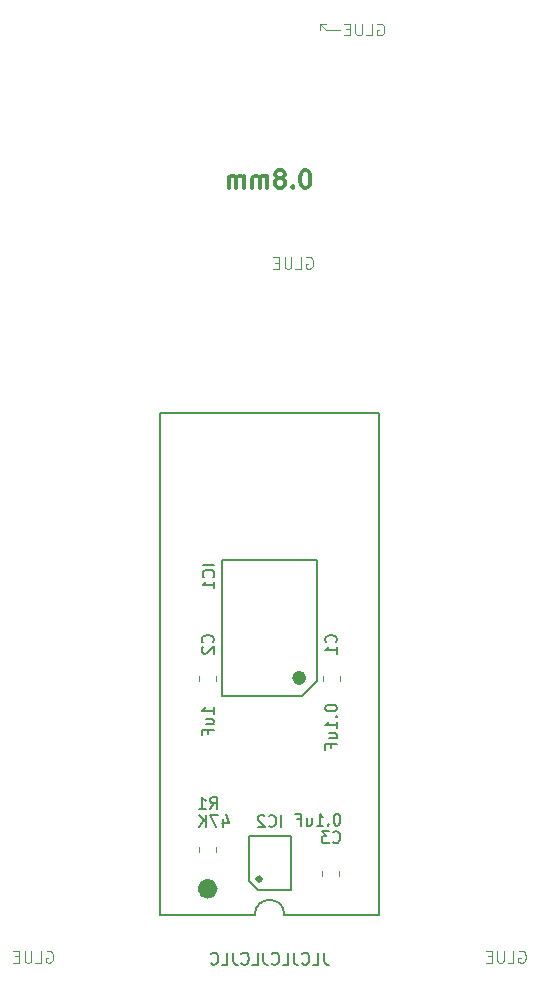
<source format=gbo>
G04 #@! TF.GenerationSoftware,KiCad,Pcbnew,9.0.1*
G04 #@! TF.CreationDate,2025-04-29T10:04:21+02:00*
G04 #@! TF.ProjectId,ProtoHu_revA_layer1,50726f74-6f48-4755-9f72-6576415f6c61,rev?*
G04 #@! TF.SameCoordinates,Original*
G04 #@! TF.FileFunction,Legend,Bot*
G04 #@! TF.FilePolarity,Positive*
%FSLAX46Y46*%
G04 Gerber Fmt 4.6, Leading zero omitted, Abs format (unit mm)*
G04 Created by KiCad (PCBNEW 9.0.1) date 2025-04-29 10:04:21*
%MOMM*%
%LPD*%
G01*
G04 APERTURE LIST*
%ADD10C,0.100000*%
%ADD11C,0.150000*%
%ADD12C,0.300000*%
%ADD13C,0.120000*%
%ADD14C,0.200000*%
%ADD15C,0.600000*%
%ADD16C,0.850000*%
%ADD17C,0.354000*%
G04 APERTURE END LIST*
D10*
X152750000Y-66500000D02*
X153250000Y-66500000D01*
X153250000Y-67000000D02*
X152750000Y-66500000D01*
X154500000Y-67000000D02*
X153250000Y-67000000D01*
X152750000Y-66500000D02*
X152750000Y-67000000D01*
X157619047Y-66505038D02*
X157714285Y-66457419D01*
X157714285Y-66457419D02*
X157857142Y-66457419D01*
X157857142Y-66457419D02*
X157999999Y-66505038D01*
X157999999Y-66505038D02*
X158095237Y-66600276D01*
X158095237Y-66600276D02*
X158142856Y-66695514D01*
X158142856Y-66695514D02*
X158190475Y-66885990D01*
X158190475Y-66885990D02*
X158190475Y-67028847D01*
X158190475Y-67028847D02*
X158142856Y-67219323D01*
X158142856Y-67219323D02*
X158095237Y-67314561D01*
X158095237Y-67314561D02*
X157999999Y-67409800D01*
X157999999Y-67409800D02*
X157857142Y-67457419D01*
X157857142Y-67457419D02*
X157761904Y-67457419D01*
X157761904Y-67457419D02*
X157619047Y-67409800D01*
X157619047Y-67409800D02*
X157571428Y-67362180D01*
X157571428Y-67362180D02*
X157571428Y-67028847D01*
X157571428Y-67028847D02*
X157761904Y-67028847D01*
X156666666Y-67457419D02*
X157142856Y-67457419D01*
X157142856Y-67457419D02*
X157142856Y-66457419D01*
X156333332Y-66457419D02*
X156333332Y-67266942D01*
X156333332Y-67266942D02*
X156285713Y-67362180D01*
X156285713Y-67362180D02*
X156238094Y-67409800D01*
X156238094Y-67409800D02*
X156142856Y-67457419D01*
X156142856Y-67457419D02*
X155952380Y-67457419D01*
X155952380Y-67457419D02*
X155857142Y-67409800D01*
X155857142Y-67409800D02*
X155809523Y-67362180D01*
X155809523Y-67362180D02*
X155761904Y-67266942D01*
X155761904Y-67266942D02*
X155761904Y-66457419D01*
X155285713Y-66933609D02*
X154952380Y-66933609D01*
X154809523Y-67457419D02*
X155285713Y-67457419D01*
X155285713Y-67457419D02*
X155285713Y-66457419D01*
X155285713Y-66457419D02*
X154809523Y-66457419D01*
X169619047Y-145005038D02*
X169714285Y-144957419D01*
X169714285Y-144957419D02*
X169857142Y-144957419D01*
X169857142Y-144957419D02*
X169999999Y-145005038D01*
X169999999Y-145005038D02*
X170095237Y-145100276D01*
X170095237Y-145100276D02*
X170142856Y-145195514D01*
X170142856Y-145195514D02*
X170190475Y-145385990D01*
X170190475Y-145385990D02*
X170190475Y-145528847D01*
X170190475Y-145528847D02*
X170142856Y-145719323D01*
X170142856Y-145719323D02*
X170095237Y-145814561D01*
X170095237Y-145814561D02*
X169999999Y-145909800D01*
X169999999Y-145909800D02*
X169857142Y-145957419D01*
X169857142Y-145957419D02*
X169761904Y-145957419D01*
X169761904Y-145957419D02*
X169619047Y-145909800D01*
X169619047Y-145909800D02*
X169571428Y-145862180D01*
X169571428Y-145862180D02*
X169571428Y-145528847D01*
X169571428Y-145528847D02*
X169761904Y-145528847D01*
X168666666Y-145957419D02*
X169142856Y-145957419D01*
X169142856Y-145957419D02*
X169142856Y-144957419D01*
X168333332Y-144957419D02*
X168333332Y-145766942D01*
X168333332Y-145766942D02*
X168285713Y-145862180D01*
X168285713Y-145862180D02*
X168238094Y-145909800D01*
X168238094Y-145909800D02*
X168142856Y-145957419D01*
X168142856Y-145957419D02*
X167952380Y-145957419D01*
X167952380Y-145957419D02*
X167857142Y-145909800D01*
X167857142Y-145909800D02*
X167809523Y-145862180D01*
X167809523Y-145862180D02*
X167761904Y-145766942D01*
X167761904Y-145766942D02*
X167761904Y-144957419D01*
X167285713Y-145433609D02*
X166952380Y-145433609D01*
X166809523Y-145957419D02*
X167285713Y-145957419D01*
X167285713Y-145957419D02*
X167285713Y-144957419D01*
X167285713Y-144957419D02*
X166809523Y-144957419D01*
X151619047Y-86255038D02*
X151714285Y-86207419D01*
X151714285Y-86207419D02*
X151857142Y-86207419D01*
X151857142Y-86207419D02*
X151999999Y-86255038D01*
X151999999Y-86255038D02*
X152095237Y-86350276D01*
X152095237Y-86350276D02*
X152142856Y-86445514D01*
X152142856Y-86445514D02*
X152190475Y-86635990D01*
X152190475Y-86635990D02*
X152190475Y-86778847D01*
X152190475Y-86778847D02*
X152142856Y-86969323D01*
X152142856Y-86969323D02*
X152095237Y-87064561D01*
X152095237Y-87064561D02*
X151999999Y-87159800D01*
X151999999Y-87159800D02*
X151857142Y-87207419D01*
X151857142Y-87207419D02*
X151761904Y-87207419D01*
X151761904Y-87207419D02*
X151619047Y-87159800D01*
X151619047Y-87159800D02*
X151571428Y-87112180D01*
X151571428Y-87112180D02*
X151571428Y-86778847D01*
X151571428Y-86778847D02*
X151761904Y-86778847D01*
X150666666Y-87207419D02*
X151142856Y-87207419D01*
X151142856Y-87207419D02*
X151142856Y-86207419D01*
X150333332Y-86207419D02*
X150333332Y-87016942D01*
X150333332Y-87016942D02*
X150285713Y-87112180D01*
X150285713Y-87112180D02*
X150238094Y-87159800D01*
X150238094Y-87159800D02*
X150142856Y-87207419D01*
X150142856Y-87207419D02*
X149952380Y-87207419D01*
X149952380Y-87207419D02*
X149857142Y-87159800D01*
X149857142Y-87159800D02*
X149809523Y-87112180D01*
X149809523Y-87112180D02*
X149761904Y-87016942D01*
X149761904Y-87016942D02*
X149761904Y-86207419D01*
X149285713Y-86683609D02*
X148952380Y-86683609D01*
X148809523Y-87207419D02*
X149285713Y-87207419D01*
X149285713Y-87207419D02*
X149285713Y-86207419D01*
X149285713Y-86207419D02*
X148809523Y-86207419D01*
D11*
X153114048Y-145119819D02*
X153114048Y-145834104D01*
X153114048Y-145834104D02*
X153161667Y-145976961D01*
X153161667Y-145976961D02*
X153256905Y-146072200D01*
X153256905Y-146072200D02*
X153399762Y-146119819D01*
X153399762Y-146119819D02*
X153495000Y-146119819D01*
X152161667Y-146119819D02*
X152637857Y-146119819D01*
X152637857Y-146119819D02*
X152637857Y-145119819D01*
X151256905Y-146024580D02*
X151304524Y-146072200D01*
X151304524Y-146072200D02*
X151447381Y-146119819D01*
X151447381Y-146119819D02*
X151542619Y-146119819D01*
X151542619Y-146119819D02*
X151685476Y-146072200D01*
X151685476Y-146072200D02*
X151780714Y-145976961D01*
X151780714Y-145976961D02*
X151828333Y-145881723D01*
X151828333Y-145881723D02*
X151875952Y-145691247D01*
X151875952Y-145691247D02*
X151875952Y-145548390D01*
X151875952Y-145548390D02*
X151828333Y-145357914D01*
X151828333Y-145357914D02*
X151780714Y-145262676D01*
X151780714Y-145262676D02*
X151685476Y-145167438D01*
X151685476Y-145167438D02*
X151542619Y-145119819D01*
X151542619Y-145119819D02*
X151447381Y-145119819D01*
X151447381Y-145119819D02*
X151304524Y-145167438D01*
X151304524Y-145167438D02*
X151256905Y-145215057D01*
X150542619Y-145119819D02*
X150542619Y-145834104D01*
X150542619Y-145834104D02*
X150590238Y-145976961D01*
X150590238Y-145976961D02*
X150685476Y-146072200D01*
X150685476Y-146072200D02*
X150828333Y-146119819D01*
X150828333Y-146119819D02*
X150923571Y-146119819D01*
X149590238Y-146119819D02*
X150066428Y-146119819D01*
X150066428Y-146119819D02*
X150066428Y-145119819D01*
X148685476Y-146024580D02*
X148733095Y-146072200D01*
X148733095Y-146072200D02*
X148875952Y-146119819D01*
X148875952Y-146119819D02*
X148971190Y-146119819D01*
X148971190Y-146119819D02*
X149114047Y-146072200D01*
X149114047Y-146072200D02*
X149209285Y-145976961D01*
X149209285Y-145976961D02*
X149256904Y-145881723D01*
X149256904Y-145881723D02*
X149304523Y-145691247D01*
X149304523Y-145691247D02*
X149304523Y-145548390D01*
X149304523Y-145548390D02*
X149256904Y-145357914D01*
X149256904Y-145357914D02*
X149209285Y-145262676D01*
X149209285Y-145262676D02*
X149114047Y-145167438D01*
X149114047Y-145167438D02*
X148971190Y-145119819D01*
X148971190Y-145119819D02*
X148875952Y-145119819D01*
X148875952Y-145119819D02*
X148733095Y-145167438D01*
X148733095Y-145167438D02*
X148685476Y-145215057D01*
X147971190Y-145119819D02*
X147971190Y-145834104D01*
X147971190Y-145834104D02*
X148018809Y-145976961D01*
X148018809Y-145976961D02*
X148114047Y-146072200D01*
X148114047Y-146072200D02*
X148256904Y-146119819D01*
X148256904Y-146119819D02*
X148352142Y-146119819D01*
X147018809Y-146119819D02*
X147494999Y-146119819D01*
X147494999Y-146119819D02*
X147494999Y-145119819D01*
X146114047Y-146024580D02*
X146161666Y-146072200D01*
X146161666Y-146072200D02*
X146304523Y-146119819D01*
X146304523Y-146119819D02*
X146399761Y-146119819D01*
X146399761Y-146119819D02*
X146542618Y-146072200D01*
X146542618Y-146072200D02*
X146637856Y-145976961D01*
X146637856Y-145976961D02*
X146685475Y-145881723D01*
X146685475Y-145881723D02*
X146733094Y-145691247D01*
X146733094Y-145691247D02*
X146733094Y-145548390D01*
X146733094Y-145548390D02*
X146685475Y-145357914D01*
X146685475Y-145357914D02*
X146637856Y-145262676D01*
X146637856Y-145262676D02*
X146542618Y-145167438D01*
X146542618Y-145167438D02*
X146399761Y-145119819D01*
X146399761Y-145119819D02*
X146304523Y-145119819D01*
X146304523Y-145119819D02*
X146161666Y-145167438D01*
X146161666Y-145167438D02*
X146114047Y-145215057D01*
X145399761Y-145119819D02*
X145399761Y-145834104D01*
X145399761Y-145834104D02*
X145447380Y-145976961D01*
X145447380Y-145976961D02*
X145542618Y-146072200D01*
X145542618Y-146072200D02*
X145685475Y-146119819D01*
X145685475Y-146119819D02*
X145780713Y-146119819D01*
X144447380Y-146119819D02*
X144923570Y-146119819D01*
X144923570Y-146119819D02*
X144923570Y-145119819D01*
X143542618Y-146024580D02*
X143590237Y-146072200D01*
X143590237Y-146072200D02*
X143733094Y-146119819D01*
X143733094Y-146119819D02*
X143828332Y-146119819D01*
X143828332Y-146119819D02*
X143971189Y-146072200D01*
X143971189Y-146072200D02*
X144066427Y-145976961D01*
X144066427Y-145976961D02*
X144114046Y-145881723D01*
X144114046Y-145881723D02*
X144161665Y-145691247D01*
X144161665Y-145691247D02*
X144161665Y-145548390D01*
X144161665Y-145548390D02*
X144114046Y-145357914D01*
X144114046Y-145357914D02*
X144066427Y-145262676D01*
X144066427Y-145262676D02*
X143971189Y-145167438D01*
X143971189Y-145167438D02*
X143828332Y-145119819D01*
X143828332Y-145119819D02*
X143733094Y-145119819D01*
X143733094Y-145119819D02*
X143590237Y-145167438D01*
X143590237Y-145167438D02*
X143542618Y-145215057D01*
D10*
X129619047Y-145005038D02*
X129714285Y-144957419D01*
X129714285Y-144957419D02*
X129857142Y-144957419D01*
X129857142Y-144957419D02*
X129999999Y-145005038D01*
X129999999Y-145005038D02*
X130095237Y-145100276D01*
X130095237Y-145100276D02*
X130142856Y-145195514D01*
X130142856Y-145195514D02*
X130190475Y-145385990D01*
X130190475Y-145385990D02*
X130190475Y-145528847D01*
X130190475Y-145528847D02*
X130142856Y-145719323D01*
X130142856Y-145719323D02*
X130095237Y-145814561D01*
X130095237Y-145814561D02*
X129999999Y-145909800D01*
X129999999Y-145909800D02*
X129857142Y-145957419D01*
X129857142Y-145957419D02*
X129761904Y-145957419D01*
X129761904Y-145957419D02*
X129619047Y-145909800D01*
X129619047Y-145909800D02*
X129571428Y-145862180D01*
X129571428Y-145862180D02*
X129571428Y-145528847D01*
X129571428Y-145528847D02*
X129761904Y-145528847D01*
X128666666Y-145957419D02*
X129142856Y-145957419D01*
X129142856Y-145957419D02*
X129142856Y-144957419D01*
X128333332Y-144957419D02*
X128333332Y-145766942D01*
X128333332Y-145766942D02*
X128285713Y-145862180D01*
X128285713Y-145862180D02*
X128238094Y-145909800D01*
X128238094Y-145909800D02*
X128142856Y-145957419D01*
X128142856Y-145957419D02*
X127952380Y-145957419D01*
X127952380Y-145957419D02*
X127857142Y-145909800D01*
X127857142Y-145909800D02*
X127809523Y-145862180D01*
X127809523Y-145862180D02*
X127761904Y-145766942D01*
X127761904Y-145766942D02*
X127761904Y-144957419D01*
X127285713Y-145433609D02*
X126952380Y-145433609D01*
X126809523Y-145957419D02*
X127285713Y-145957419D01*
X127285713Y-145957419D02*
X127285713Y-144957419D01*
X127285713Y-144957419D02*
X126809523Y-144957419D01*
D12*
X151592856Y-78878328D02*
X151449999Y-78878328D01*
X151449999Y-78878328D02*
X151307142Y-78949757D01*
X151307142Y-78949757D02*
X151235714Y-79021185D01*
X151235714Y-79021185D02*
X151164285Y-79164042D01*
X151164285Y-79164042D02*
X151092856Y-79449757D01*
X151092856Y-79449757D02*
X151092856Y-79806900D01*
X151092856Y-79806900D02*
X151164285Y-80092614D01*
X151164285Y-80092614D02*
X151235714Y-80235471D01*
X151235714Y-80235471D02*
X151307142Y-80306900D01*
X151307142Y-80306900D02*
X151449999Y-80378328D01*
X151449999Y-80378328D02*
X151592856Y-80378328D01*
X151592856Y-80378328D02*
X151735714Y-80306900D01*
X151735714Y-80306900D02*
X151807142Y-80235471D01*
X151807142Y-80235471D02*
X151878571Y-80092614D01*
X151878571Y-80092614D02*
X151949999Y-79806900D01*
X151949999Y-79806900D02*
X151949999Y-79449757D01*
X151949999Y-79449757D02*
X151878571Y-79164042D01*
X151878571Y-79164042D02*
X151807142Y-79021185D01*
X151807142Y-79021185D02*
X151735714Y-78949757D01*
X151735714Y-78949757D02*
X151592856Y-78878328D01*
X150450000Y-80235471D02*
X150378571Y-80306900D01*
X150378571Y-80306900D02*
X150450000Y-80378328D01*
X150450000Y-80378328D02*
X150521428Y-80306900D01*
X150521428Y-80306900D02*
X150450000Y-80235471D01*
X150450000Y-80235471D02*
X150450000Y-80378328D01*
X149521428Y-79521185D02*
X149664285Y-79449757D01*
X149664285Y-79449757D02*
X149735714Y-79378328D01*
X149735714Y-79378328D02*
X149807142Y-79235471D01*
X149807142Y-79235471D02*
X149807142Y-79164042D01*
X149807142Y-79164042D02*
X149735714Y-79021185D01*
X149735714Y-79021185D02*
X149664285Y-78949757D01*
X149664285Y-78949757D02*
X149521428Y-78878328D01*
X149521428Y-78878328D02*
X149235714Y-78878328D01*
X149235714Y-78878328D02*
X149092857Y-78949757D01*
X149092857Y-78949757D02*
X149021428Y-79021185D01*
X149021428Y-79021185D02*
X148949999Y-79164042D01*
X148949999Y-79164042D02*
X148949999Y-79235471D01*
X148949999Y-79235471D02*
X149021428Y-79378328D01*
X149021428Y-79378328D02*
X149092857Y-79449757D01*
X149092857Y-79449757D02*
X149235714Y-79521185D01*
X149235714Y-79521185D02*
X149521428Y-79521185D01*
X149521428Y-79521185D02*
X149664285Y-79592614D01*
X149664285Y-79592614D02*
X149735714Y-79664042D01*
X149735714Y-79664042D02*
X149807142Y-79806900D01*
X149807142Y-79806900D02*
X149807142Y-80092614D01*
X149807142Y-80092614D02*
X149735714Y-80235471D01*
X149735714Y-80235471D02*
X149664285Y-80306900D01*
X149664285Y-80306900D02*
X149521428Y-80378328D01*
X149521428Y-80378328D02*
X149235714Y-80378328D01*
X149235714Y-80378328D02*
X149092857Y-80306900D01*
X149092857Y-80306900D02*
X149021428Y-80235471D01*
X149021428Y-80235471D02*
X148949999Y-80092614D01*
X148949999Y-80092614D02*
X148949999Y-79806900D01*
X148949999Y-79806900D02*
X149021428Y-79664042D01*
X149021428Y-79664042D02*
X149092857Y-79592614D01*
X149092857Y-79592614D02*
X149235714Y-79521185D01*
X148307143Y-80378328D02*
X148307143Y-79378328D01*
X148307143Y-79521185D02*
X148235714Y-79449757D01*
X148235714Y-79449757D02*
X148092857Y-79378328D01*
X148092857Y-79378328D02*
X147878571Y-79378328D01*
X147878571Y-79378328D02*
X147735714Y-79449757D01*
X147735714Y-79449757D02*
X147664286Y-79592614D01*
X147664286Y-79592614D02*
X147664286Y-80378328D01*
X147664286Y-79592614D02*
X147592857Y-79449757D01*
X147592857Y-79449757D02*
X147450000Y-79378328D01*
X147450000Y-79378328D02*
X147235714Y-79378328D01*
X147235714Y-79378328D02*
X147092857Y-79449757D01*
X147092857Y-79449757D02*
X147021428Y-79592614D01*
X147021428Y-79592614D02*
X147021428Y-80378328D01*
X146307143Y-80378328D02*
X146307143Y-79378328D01*
X146307143Y-79521185D02*
X146235714Y-79449757D01*
X146235714Y-79449757D02*
X146092857Y-79378328D01*
X146092857Y-79378328D02*
X145878571Y-79378328D01*
X145878571Y-79378328D02*
X145735714Y-79449757D01*
X145735714Y-79449757D02*
X145664286Y-79592614D01*
X145664286Y-79592614D02*
X145664286Y-80378328D01*
X145664286Y-79592614D02*
X145592857Y-79449757D01*
X145592857Y-79449757D02*
X145450000Y-79378328D01*
X145450000Y-79378328D02*
X145235714Y-79378328D01*
X145235714Y-79378328D02*
X145092857Y-79449757D01*
X145092857Y-79449757D02*
X145021428Y-79592614D01*
X145021428Y-79592614D02*
X145021428Y-80378328D01*
D11*
X143466666Y-132954819D02*
X143799999Y-132478628D01*
X144038094Y-132954819D02*
X144038094Y-131954819D01*
X144038094Y-131954819D02*
X143657142Y-131954819D01*
X143657142Y-131954819D02*
X143561904Y-132002438D01*
X143561904Y-132002438D02*
X143514285Y-132050057D01*
X143514285Y-132050057D02*
X143466666Y-132145295D01*
X143466666Y-132145295D02*
X143466666Y-132288152D01*
X143466666Y-132288152D02*
X143514285Y-132383390D01*
X143514285Y-132383390D02*
X143561904Y-132431009D01*
X143561904Y-132431009D02*
X143657142Y-132478628D01*
X143657142Y-132478628D02*
X144038094Y-132478628D01*
X142514285Y-132954819D02*
X143085713Y-132954819D01*
X142799999Y-132954819D02*
X142799999Y-131954819D01*
X142799999Y-131954819D02*
X142895237Y-132097676D01*
X142895237Y-132097676D02*
X142990475Y-132192914D01*
X142990475Y-132192914D02*
X143085713Y-132240533D01*
X144585714Y-133788152D02*
X144585714Y-134454819D01*
X144823809Y-133407200D02*
X145061904Y-134121485D01*
X145061904Y-134121485D02*
X144442857Y-134121485D01*
X144157142Y-133454819D02*
X143490476Y-133454819D01*
X143490476Y-133454819D02*
X143919047Y-134454819D01*
X143109523Y-134454819D02*
X143109523Y-133454819D01*
X142538095Y-134454819D02*
X142966666Y-133883390D01*
X142538095Y-133454819D02*
X143109523Y-134026247D01*
X153866666Y-135741580D02*
X153914285Y-135789200D01*
X153914285Y-135789200D02*
X154057142Y-135836819D01*
X154057142Y-135836819D02*
X154152380Y-135836819D01*
X154152380Y-135836819D02*
X154295237Y-135789200D01*
X154295237Y-135789200D02*
X154390475Y-135693961D01*
X154390475Y-135693961D02*
X154438094Y-135598723D01*
X154438094Y-135598723D02*
X154485713Y-135408247D01*
X154485713Y-135408247D02*
X154485713Y-135265390D01*
X154485713Y-135265390D02*
X154438094Y-135074914D01*
X154438094Y-135074914D02*
X154390475Y-134979676D01*
X154390475Y-134979676D02*
X154295237Y-134884438D01*
X154295237Y-134884438D02*
X154152380Y-134836819D01*
X154152380Y-134836819D02*
X154057142Y-134836819D01*
X154057142Y-134836819D02*
X153914285Y-134884438D01*
X153914285Y-134884438D02*
X153866666Y-134932057D01*
X153533332Y-134836819D02*
X152914285Y-134836819D01*
X152914285Y-134836819D02*
X153247618Y-135217771D01*
X153247618Y-135217771D02*
X153104761Y-135217771D01*
X153104761Y-135217771D02*
X153009523Y-135265390D01*
X153009523Y-135265390D02*
X152961904Y-135313009D01*
X152961904Y-135313009D02*
X152914285Y-135408247D01*
X152914285Y-135408247D02*
X152914285Y-135646342D01*
X152914285Y-135646342D02*
X152961904Y-135741580D01*
X152961904Y-135741580D02*
X153009523Y-135789200D01*
X153009523Y-135789200D02*
X153104761Y-135836819D01*
X153104761Y-135836819D02*
X153390475Y-135836819D01*
X153390475Y-135836819D02*
X153485713Y-135789200D01*
X153485713Y-135789200D02*
X153533332Y-135741580D01*
X154242856Y-133354819D02*
X154147618Y-133354819D01*
X154147618Y-133354819D02*
X154052380Y-133402438D01*
X154052380Y-133402438D02*
X154004761Y-133450057D01*
X154004761Y-133450057D02*
X153957142Y-133545295D01*
X153957142Y-133545295D02*
X153909523Y-133735771D01*
X153909523Y-133735771D02*
X153909523Y-133973866D01*
X153909523Y-133973866D02*
X153957142Y-134164342D01*
X153957142Y-134164342D02*
X154004761Y-134259580D01*
X154004761Y-134259580D02*
X154052380Y-134307200D01*
X154052380Y-134307200D02*
X154147618Y-134354819D01*
X154147618Y-134354819D02*
X154242856Y-134354819D01*
X154242856Y-134354819D02*
X154338094Y-134307200D01*
X154338094Y-134307200D02*
X154385713Y-134259580D01*
X154385713Y-134259580D02*
X154433332Y-134164342D01*
X154433332Y-134164342D02*
X154480951Y-133973866D01*
X154480951Y-133973866D02*
X154480951Y-133735771D01*
X154480951Y-133735771D02*
X154433332Y-133545295D01*
X154433332Y-133545295D02*
X154385713Y-133450057D01*
X154385713Y-133450057D02*
X154338094Y-133402438D01*
X154338094Y-133402438D02*
X154242856Y-133354819D01*
X153480951Y-134259580D02*
X153433332Y-134307200D01*
X153433332Y-134307200D02*
X153480951Y-134354819D01*
X153480951Y-134354819D02*
X153528570Y-134307200D01*
X153528570Y-134307200D02*
X153480951Y-134259580D01*
X153480951Y-134259580D02*
X153480951Y-134354819D01*
X152480952Y-134354819D02*
X153052380Y-134354819D01*
X152766666Y-134354819D02*
X152766666Y-133354819D01*
X152766666Y-133354819D02*
X152861904Y-133497676D01*
X152861904Y-133497676D02*
X152957142Y-133592914D01*
X152957142Y-133592914D02*
X153052380Y-133640533D01*
X151623809Y-133688152D02*
X151623809Y-134354819D01*
X152052380Y-133688152D02*
X152052380Y-134211961D01*
X152052380Y-134211961D02*
X152004761Y-134307200D01*
X152004761Y-134307200D02*
X151909523Y-134354819D01*
X151909523Y-134354819D02*
X151766666Y-134354819D01*
X151766666Y-134354819D02*
X151671428Y-134307200D01*
X151671428Y-134307200D02*
X151623809Y-134259580D01*
X150814285Y-133831009D02*
X151147618Y-133831009D01*
X151147618Y-134354819D02*
X151147618Y-133354819D01*
X151147618Y-133354819D02*
X150671428Y-133354819D01*
X143672180Y-118833333D02*
X143719800Y-118785714D01*
X143719800Y-118785714D02*
X143767419Y-118642857D01*
X143767419Y-118642857D02*
X143767419Y-118547619D01*
X143767419Y-118547619D02*
X143719800Y-118404762D01*
X143719800Y-118404762D02*
X143624561Y-118309524D01*
X143624561Y-118309524D02*
X143529323Y-118261905D01*
X143529323Y-118261905D02*
X143338847Y-118214286D01*
X143338847Y-118214286D02*
X143195990Y-118214286D01*
X143195990Y-118214286D02*
X143005514Y-118261905D01*
X143005514Y-118261905D02*
X142910276Y-118309524D01*
X142910276Y-118309524D02*
X142815038Y-118404762D01*
X142815038Y-118404762D02*
X142767419Y-118547619D01*
X142767419Y-118547619D02*
X142767419Y-118642857D01*
X142767419Y-118642857D02*
X142815038Y-118785714D01*
X142815038Y-118785714D02*
X142862657Y-118833333D01*
X142862657Y-119214286D02*
X142815038Y-119261905D01*
X142815038Y-119261905D02*
X142767419Y-119357143D01*
X142767419Y-119357143D02*
X142767419Y-119595238D01*
X142767419Y-119595238D02*
X142815038Y-119690476D01*
X142815038Y-119690476D02*
X142862657Y-119738095D01*
X142862657Y-119738095D02*
X142957895Y-119785714D01*
X142957895Y-119785714D02*
X143053133Y-119785714D01*
X143053133Y-119785714D02*
X143195990Y-119738095D01*
X143195990Y-119738095D02*
X143767419Y-119166667D01*
X143767419Y-119166667D02*
X143767419Y-119785714D01*
X143767419Y-124904761D02*
X143767419Y-124333333D01*
X143767419Y-124619047D02*
X142767419Y-124619047D01*
X142767419Y-124619047D02*
X142910276Y-124523809D01*
X142910276Y-124523809D02*
X143005514Y-124428571D01*
X143005514Y-124428571D02*
X143053133Y-124333333D01*
X143100752Y-125761904D02*
X143767419Y-125761904D01*
X143100752Y-125333333D02*
X143624561Y-125333333D01*
X143624561Y-125333333D02*
X143719800Y-125380952D01*
X143719800Y-125380952D02*
X143767419Y-125476190D01*
X143767419Y-125476190D02*
X143767419Y-125619047D01*
X143767419Y-125619047D02*
X143719800Y-125714285D01*
X143719800Y-125714285D02*
X143672180Y-125761904D01*
X143243609Y-126571428D02*
X143243609Y-126238095D01*
X143767419Y-126238095D02*
X142767419Y-126238095D01*
X142767419Y-126238095D02*
X142767419Y-126714285D01*
X143826819Y-112271810D02*
X142826819Y-112271810D01*
X143731580Y-113319428D02*
X143779200Y-113271809D01*
X143779200Y-113271809D02*
X143826819Y-113128952D01*
X143826819Y-113128952D02*
X143826819Y-113033714D01*
X143826819Y-113033714D02*
X143779200Y-112890857D01*
X143779200Y-112890857D02*
X143683961Y-112795619D01*
X143683961Y-112795619D02*
X143588723Y-112748000D01*
X143588723Y-112748000D02*
X143398247Y-112700381D01*
X143398247Y-112700381D02*
X143255390Y-112700381D01*
X143255390Y-112700381D02*
X143064914Y-112748000D01*
X143064914Y-112748000D02*
X142969676Y-112795619D01*
X142969676Y-112795619D02*
X142874438Y-112890857D01*
X142874438Y-112890857D02*
X142826819Y-113033714D01*
X142826819Y-113033714D02*
X142826819Y-113128952D01*
X142826819Y-113128952D02*
X142874438Y-113271809D01*
X142874438Y-113271809D02*
X142922057Y-113319428D01*
X143826819Y-114271809D02*
X143826819Y-113700381D01*
X143826819Y-113986095D02*
X142826819Y-113986095D01*
X142826819Y-113986095D02*
X142969676Y-113890857D01*
X142969676Y-113890857D02*
X143064914Y-113795619D01*
X143064914Y-113795619D02*
X143112533Y-113700381D01*
X154109580Y-118833333D02*
X154157200Y-118785714D01*
X154157200Y-118785714D02*
X154204819Y-118642857D01*
X154204819Y-118642857D02*
X154204819Y-118547619D01*
X154204819Y-118547619D02*
X154157200Y-118404762D01*
X154157200Y-118404762D02*
X154061961Y-118309524D01*
X154061961Y-118309524D02*
X153966723Y-118261905D01*
X153966723Y-118261905D02*
X153776247Y-118214286D01*
X153776247Y-118214286D02*
X153633390Y-118214286D01*
X153633390Y-118214286D02*
X153442914Y-118261905D01*
X153442914Y-118261905D02*
X153347676Y-118309524D01*
X153347676Y-118309524D02*
X153252438Y-118404762D01*
X153252438Y-118404762D02*
X153204819Y-118547619D01*
X153204819Y-118547619D02*
X153204819Y-118642857D01*
X153204819Y-118642857D02*
X153252438Y-118785714D01*
X153252438Y-118785714D02*
X153300057Y-118833333D01*
X154204819Y-119785714D02*
X154204819Y-119214286D01*
X154204819Y-119500000D02*
X153204819Y-119500000D01*
X153204819Y-119500000D02*
X153347676Y-119404762D01*
X153347676Y-119404762D02*
X153442914Y-119309524D01*
X153442914Y-119309524D02*
X153490533Y-119214286D01*
X153204819Y-124357143D02*
X153204819Y-124452381D01*
X153204819Y-124452381D02*
X153252438Y-124547619D01*
X153252438Y-124547619D02*
X153300057Y-124595238D01*
X153300057Y-124595238D02*
X153395295Y-124642857D01*
X153395295Y-124642857D02*
X153585771Y-124690476D01*
X153585771Y-124690476D02*
X153823866Y-124690476D01*
X153823866Y-124690476D02*
X154014342Y-124642857D01*
X154014342Y-124642857D02*
X154109580Y-124595238D01*
X154109580Y-124595238D02*
X154157200Y-124547619D01*
X154157200Y-124547619D02*
X154204819Y-124452381D01*
X154204819Y-124452381D02*
X154204819Y-124357143D01*
X154204819Y-124357143D02*
X154157200Y-124261905D01*
X154157200Y-124261905D02*
X154109580Y-124214286D01*
X154109580Y-124214286D02*
X154014342Y-124166667D01*
X154014342Y-124166667D02*
X153823866Y-124119048D01*
X153823866Y-124119048D02*
X153585771Y-124119048D01*
X153585771Y-124119048D02*
X153395295Y-124166667D01*
X153395295Y-124166667D02*
X153300057Y-124214286D01*
X153300057Y-124214286D02*
X153252438Y-124261905D01*
X153252438Y-124261905D02*
X153204819Y-124357143D01*
X154109580Y-125119048D02*
X154157200Y-125166667D01*
X154157200Y-125166667D02*
X154204819Y-125119048D01*
X154204819Y-125119048D02*
X154157200Y-125071429D01*
X154157200Y-125071429D02*
X154109580Y-125119048D01*
X154109580Y-125119048D02*
X154204819Y-125119048D01*
X154204819Y-126119047D02*
X154204819Y-125547619D01*
X154204819Y-125833333D02*
X153204819Y-125833333D01*
X153204819Y-125833333D02*
X153347676Y-125738095D01*
X153347676Y-125738095D02*
X153442914Y-125642857D01*
X153442914Y-125642857D02*
X153490533Y-125547619D01*
X153538152Y-126976190D02*
X154204819Y-126976190D01*
X153538152Y-126547619D02*
X154061961Y-126547619D01*
X154061961Y-126547619D02*
X154157200Y-126595238D01*
X154157200Y-126595238D02*
X154204819Y-126690476D01*
X154204819Y-126690476D02*
X154204819Y-126833333D01*
X154204819Y-126833333D02*
X154157200Y-126928571D01*
X154157200Y-126928571D02*
X154109580Y-126976190D01*
X153681009Y-127785714D02*
X153681009Y-127452381D01*
X154204819Y-127452381D02*
X153204819Y-127452381D01*
X153204819Y-127452381D02*
X153204819Y-127928571D01*
X149476189Y-134454819D02*
X149476189Y-133454819D01*
X148428571Y-134359580D02*
X148476190Y-134407200D01*
X148476190Y-134407200D02*
X148619047Y-134454819D01*
X148619047Y-134454819D02*
X148714285Y-134454819D01*
X148714285Y-134454819D02*
X148857142Y-134407200D01*
X148857142Y-134407200D02*
X148952380Y-134311961D01*
X148952380Y-134311961D02*
X148999999Y-134216723D01*
X148999999Y-134216723D02*
X149047618Y-134026247D01*
X149047618Y-134026247D02*
X149047618Y-133883390D01*
X149047618Y-133883390D02*
X148999999Y-133692914D01*
X148999999Y-133692914D02*
X148952380Y-133597676D01*
X148952380Y-133597676D02*
X148857142Y-133502438D01*
X148857142Y-133502438D02*
X148714285Y-133454819D01*
X148714285Y-133454819D02*
X148619047Y-133454819D01*
X148619047Y-133454819D02*
X148476190Y-133502438D01*
X148476190Y-133502438D02*
X148428571Y-133550057D01*
X148047618Y-133550057D02*
X147999999Y-133502438D01*
X147999999Y-133502438D02*
X147904761Y-133454819D01*
X147904761Y-133454819D02*
X147666666Y-133454819D01*
X147666666Y-133454819D02*
X147571428Y-133502438D01*
X147571428Y-133502438D02*
X147523809Y-133550057D01*
X147523809Y-133550057D02*
X147476190Y-133645295D01*
X147476190Y-133645295D02*
X147476190Y-133740533D01*
X147476190Y-133740533D02*
X147523809Y-133883390D01*
X147523809Y-133883390D02*
X148095237Y-134454819D01*
X148095237Y-134454819D02*
X147476190Y-134454819D01*
D13*
X142521000Y-136625064D02*
X142521000Y-136170936D01*
X143991000Y-136625064D02*
X143991000Y-136170936D01*
X152935000Y-138657064D02*
X152935000Y-138202936D01*
X154405000Y-138657064D02*
X154405000Y-138202936D01*
X142515000Y-121692936D02*
X142515000Y-122147064D01*
X143985000Y-121692936D02*
X143985000Y-122147064D01*
D14*
X144495000Y-111850000D02*
X152495000Y-111850000D01*
X144495000Y-123350000D02*
X144495000Y-111850000D01*
X151245000Y-123350000D02*
X144495000Y-123350000D01*
X152495000Y-111850000D02*
X152495000Y-122100000D01*
X152495000Y-122100000D02*
X151245000Y-123350000D01*
D15*
X151295000Y-121850000D02*
G75*
G02*
X150695000Y-121850000I-300000J0D01*
G01*
X150695000Y-121850000D02*
G75*
G02*
X151295000Y-121850000I300000J0D01*
G01*
D13*
X152997400Y-121692936D02*
X152997400Y-122147064D01*
X154467400Y-121692936D02*
X154467400Y-122147064D01*
D14*
X139245000Y-99400000D02*
X157745000Y-99400000D01*
X139245000Y-141900000D02*
X139245000Y-99400000D01*
X147245000Y-141900000D02*
X139245000Y-141900000D01*
X157745000Y-99400000D02*
X157745000Y-141900000D01*
X157745000Y-141900000D02*
X149745000Y-141900000D01*
X147245000Y-141900000D02*
G75*
G02*
X149745000Y-141900000I1250000J0D01*
G01*
D16*
X143670000Y-139700000D02*
G75*
G02*
X142820000Y-139700000I-425000J0D01*
G01*
X142820000Y-139700000D02*
G75*
G02*
X143670000Y-139700000I425000J0D01*
G01*
D14*
X146722000Y-135214000D02*
X146722000Y-139024000D01*
X146722000Y-139024000D02*
X147484000Y-139786000D01*
X147484000Y-139786000D02*
X150278000Y-139786000D01*
X150278000Y-135214000D02*
X146722000Y-135214000D01*
X150278000Y-139786000D02*
X150278000Y-135214000D01*
D17*
X147788000Y-138897000D02*
G75*
G02*
X147434000Y-138897000I-177000J0D01*
G01*
X147434000Y-138897000D02*
G75*
G02*
X147788000Y-138897000I177000J0D01*
G01*
M02*

</source>
